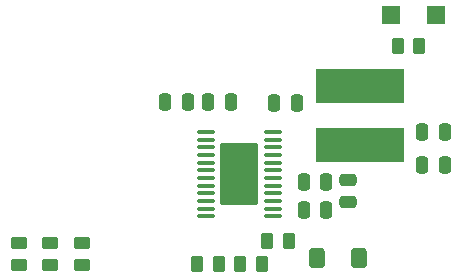
<source format=gbr>
%TF.GenerationSoftware,KiCad,Pcbnew,7.0.7-7.0.7~ubuntu23.04.1*%
%TF.CreationDate,2023-09-11T00:42:42+00:00*%
%TF.ProjectId,DRV10987V01,44525631-3039-4383-9756-30312e6b6963,01A*%
%TF.SameCoordinates,Original*%
%TF.FileFunction,Paste,Bot*%
%TF.FilePolarity,Positive*%
%FSLAX46Y46*%
G04 Gerber Fmt 4.6, Leading zero omitted, Abs format (unit mm)*
G04 Created by KiCad (PCBNEW 7.0.7-7.0.7~ubuntu23.04.1) date 2023-09-11 00:42:42*
%MOMM*%
%LPD*%
G01*
G04 APERTURE LIST*
G04 Aperture macros list*
%AMRoundRect*
0 Rectangle with rounded corners*
0 $1 Rounding radius*
0 $2 $3 $4 $5 $6 $7 $8 $9 X,Y pos of 4 corners*
0 Add a 4 corners polygon primitive as box body*
4,1,4,$2,$3,$4,$5,$6,$7,$8,$9,$2,$3,0*
0 Add four circle primitives for the rounded corners*
1,1,$1+$1,$2,$3*
1,1,$1+$1,$4,$5*
1,1,$1+$1,$6,$7*
1,1,$1+$1,$8,$9*
0 Add four rect primitives between the rounded corners*
20,1,$1+$1,$2,$3,$4,$5,0*
20,1,$1+$1,$4,$5,$6,$7,0*
20,1,$1+$1,$6,$7,$8,$9,0*
20,1,$1+$1,$8,$9,$2,$3,0*%
G04 Aperture macros list end*
%ADD10RoundRect,0.250000X0.250000X0.475000X-0.250000X0.475000X-0.250000X-0.475000X0.250000X-0.475000X0*%
%ADD11RoundRect,0.250000X-0.262500X-0.450000X0.262500X-0.450000X0.262500X0.450000X-0.262500X0.450000X0*%
%ADD12RoundRect,0.250000X-0.250000X-0.475000X0.250000X-0.475000X0.250000X0.475000X-0.250000X0.475000X0*%
%ADD13RoundRect,0.250000X0.400000X0.600000X-0.400000X0.600000X-0.400000X-0.600000X0.400000X-0.600000X0*%
%ADD14R,1.500000X1.500000*%
%ADD15RoundRect,0.250000X-0.450000X0.262500X-0.450000X-0.262500X0.450000X-0.262500X0.450000X0.262500X0*%
%ADD16RoundRect,0.250000X0.262500X0.450000X-0.262500X0.450000X-0.262500X-0.450000X0.262500X-0.450000X0*%
%ADD17RoundRect,0.250000X0.475000X-0.250000X0.475000X0.250000X-0.475000X0.250000X-0.475000X-0.250000X0*%
%ADD18R,7.500000X3.000000*%
%ADD19RoundRect,0.100000X0.637500X0.100000X-0.637500X0.100000X-0.637500X-0.100000X0.637500X-0.100000X0*%
%ADD20RoundRect,0.100000X1.500000X2.530000X-1.500000X2.530000X-1.500000X-2.530000X1.500000X-2.530000X0*%
G04 APERTURE END LIST*
D10*
%TO.C,C5*%
X40670000Y20360000D03*
X38770000Y20360000D03*
%TD*%
D11*
%TO.C,R7*%
X35675000Y15400000D03*
X37500000Y15400000D03*
%TD*%
D12*
%TO.C,C7*%
X48783200Y21844000D03*
X50683200Y21844000D03*
%TD*%
D13*
%TO.C,D1*%
X43406000Y13970000D03*
X39906000Y13970000D03*
%TD*%
D14*
%TO.C,D2*%
X49920000Y34500000D03*
X46160000Y34500000D03*
%TD*%
D12*
%TO.C,C6*%
X27040800Y27200000D03*
X28940800Y27200000D03*
%TD*%
D15*
%TO.C,R5*%
X17250000Y15200000D03*
X17250000Y13375000D03*
%TD*%
D11*
%TO.C,R6*%
X46700000Y31900000D03*
X48525000Y31900000D03*
%TD*%
D16*
%TO.C,R2*%
X31575000Y13450000D03*
X29750000Y13450000D03*
%TD*%
D15*
%TO.C,R3*%
X20025000Y15200000D03*
X20025000Y13375000D03*
%TD*%
D17*
%TO.C,C1*%
X42525000Y18700000D03*
X42525000Y20600000D03*
%TD*%
D10*
%TO.C,C4*%
X40670000Y18060000D03*
X38770000Y18060000D03*
%TD*%
D12*
%TO.C,C8*%
X48783200Y24638000D03*
X50683200Y24638000D03*
%TD*%
D18*
%TO.C,L1*%
X43525000Y23550000D03*
X43525000Y28550000D03*
%TD*%
D10*
%TO.C,C3*%
X32570000Y27215000D03*
X30670000Y27215000D03*
%TD*%
D19*
%TO.C,IC1*%
X36170000Y24635000D03*
X36170000Y23985000D03*
X36170000Y23335000D03*
X36170000Y22685000D03*
X36170000Y22035000D03*
X36170000Y21385000D03*
X36170000Y20735000D03*
X36170000Y20085000D03*
X36170000Y19435000D03*
X36170000Y18785000D03*
X36170000Y18135000D03*
X36170000Y17485000D03*
X30445000Y17485000D03*
X30445000Y18135000D03*
X30445000Y18785000D03*
X30445000Y19435000D03*
X30445000Y20085000D03*
X30445000Y20735000D03*
X30445000Y21385000D03*
X30445000Y22035000D03*
X30445000Y22685000D03*
X30445000Y23335000D03*
X30445000Y23985000D03*
X30445000Y24635000D03*
D20*
X33307500Y21060000D03*
%TD*%
D15*
%TO.C,R4*%
X14675000Y15200000D03*
X14675000Y13375000D03*
%TD*%
D11*
%TO.C,R1*%
X33375000Y13450000D03*
X35200000Y13450000D03*
%TD*%
D10*
%TO.C,C2*%
X38150000Y27050000D03*
X36250000Y27050000D03*
%TD*%
M02*

</source>
